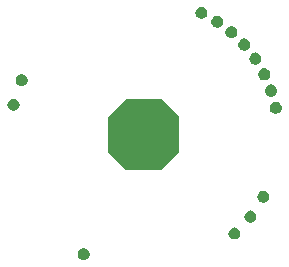
<source format=gbs>
G04 #@! TF.GenerationSoftware,KiCad,Pcbnew,5.0.2-bee76a0~70~ubuntu18.04.1*
G04 #@! TF.CreationDate,2019-07-22T04:32:19+02:00*
G04 #@! TF.ProjectId,mainboard,6d61696e-626f-4617-9264-2e6b69636164,rev?*
G04 #@! TF.SameCoordinates,Original*
G04 #@! TF.FileFunction,Soldermask,Bot*
G04 #@! TF.FilePolarity,Negative*
%FSLAX46Y46*%
G04 Gerber Fmt 4.6, Leading zero omitted, Abs format (unit mm)*
G04 Created by KiCad (PCBNEW 5.0.2-bee76a0~70~ubuntu18.04.1) date Mo 22 Jul 2019 04:32:19 CEST*
%MOMM*%
%LPD*%
G01*
G04 APERTURE LIST*
%ADD10C,0.100000*%
G04 APERTURE END LIST*
D10*
G36*
X-4987340Y-9669438D02*
X-4894523Y-9707884D01*
X-4810993Y-9763697D01*
X-4739957Y-9834733D01*
X-4684144Y-9918263D01*
X-4645698Y-10011080D01*
X-4626100Y-10109608D01*
X-4626100Y-10210072D01*
X-4645698Y-10308600D01*
X-4684144Y-10401417D01*
X-4739957Y-10484947D01*
X-4810993Y-10555983D01*
X-4894523Y-10611796D01*
X-4987340Y-10650242D01*
X-5085868Y-10669840D01*
X-5186332Y-10669840D01*
X-5284860Y-10650242D01*
X-5377677Y-10611796D01*
X-5461207Y-10555983D01*
X-5532243Y-10484947D01*
X-5588056Y-10401417D01*
X-5626502Y-10308600D01*
X-5646100Y-10210072D01*
X-5646100Y-10109608D01*
X-5626502Y-10011080D01*
X-5588056Y-9918263D01*
X-5532243Y-9834733D01*
X-5461207Y-9763697D01*
X-5377677Y-9707884D01*
X-5284860Y-9669438D01*
X-5186332Y-9649840D01*
X-5085868Y-9649840D01*
X-4987340Y-9669438D01*
X-4987340Y-9669438D01*
G37*
G36*
X7776160Y-7929538D02*
X7868977Y-7967984D01*
X7952507Y-8023797D01*
X8023543Y-8094833D01*
X8079356Y-8178363D01*
X8117802Y-8271180D01*
X8137400Y-8369708D01*
X8137400Y-8470172D01*
X8117802Y-8568700D01*
X8079356Y-8661517D01*
X8023543Y-8745047D01*
X7952507Y-8816083D01*
X7868977Y-8871896D01*
X7776160Y-8910342D01*
X7677632Y-8929940D01*
X7577168Y-8929940D01*
X7478640Y-8910342D01*
X7385823Y-8871896D01*
X7302293Y-8816083D01*
X7231257Y-8745047D01*
X7175444Y-8661517D01*
X7136998Y-8568700D01*
X7117400Y-8470172D01*
X7117400Y-8369708D01*
X7136998Y-8271180D01*
X7175444Y-8178363D01*
X7231257Y-8094833D01*
X7302293Y-8023797D01*
X7385823Y-7967984D01*
X7478640Y-7929538D01*
X7577168Y-7909940D01*
X7677632Y-7909940D01*
X7776160Y-7929538D01*
X7776160Y-7929538D01*
G37*
G36*
X9137600Y-6494438D02*
X9230417Y-6532884D01*
X9313947Y-6588697D01*
X9384983Y-6659733D01*
X9440796Y-6743263D01*
X9479242Y-6836080D01*
X9498840Y-6934608D01*
X9498840Y-7035072D01*
X9479242Y-7133600D01*
X9440796Y-7226417D01*
X9384983Y-7309947D01*
X9313947Y-7380983D01*
X9230417Y-7436796D01*
X9137600Y-7475242D01*
X9039072Y-7494840D01*
X8938608Y-7494840D01*
X8840080Y-7475242D01*
X8747263Y-7436796D01*
X8663733Y-7380983D01*
X8592697Y-7309947D01*
X8536884Y-7226417D01*
X8498438Y-7133600D01*
X8478840Y-7035072D01*
X8478840Y-6934608D01*
X8498438Y-6836080D01*
X8536884Y-6743263D01*
X8592697Y-6659733D01*
X8663733Y-6588697D01*
X8747263Y-6532884D01*
X8840080Y-6494438D01*
X8938608Y-6474840D01*
X9039072Y-6474840D01*
X9137600Y-6494438D01*
X9137600Y-6494438D01*
G37*
G36*
X10227260Y-4812958D02*
X10320077Y-4851404D01*
X10403607Y-4907217D01*
X10474643Y-4978253D01*
X10530456Y-5061783D01*
X10568902Y-5154600D01*
X10588500Y-5253128D01*
X10588500Y-5353592D01*
X10568902Y-5452120D01*
X10530456Y-5544937D01*
X10474643Y-5628467D01*
X10403607Y-5699503D01*
X10320077Y-5755316D01*
X10227260Y-5793762D01*
X10128732Y-5813360D01*
X10028268Y-5813360D01*
X9929740Y-5793762D01*
X9836923Y-5755316D01*
X9753393Y-5699503D01*
X9682357Y-5628467D01*
X9626544Y-5544937D01*
X9588098Y-5452120D01*
X9568500Y-5353592D01*
X9568500Y-5253128D01*
X9588098Y-5154600D01*
X9626544Y-5061783D01*
X9682357Y-4978253D01*
X9753393Y-4907217D01*
X9836923Y-4851404D01*
X9929740Y-4812958D01*
X10028268Y-4793360D01*
X10128732Y-4793360D01*
X10227260Y-4812958D01*
X10227260Y-4812958D01*
G37*
G36*
X2962055Y1454180D02*
X2962055Y-1545820D01*
X1462055Y-3045820D01*
X-1537945Y-3045820D01*
X-3037945Y-1545820D01*
X-3037945Y1454180D01*
X-1537945Y2954180D01*
X1462055Y2954180D01*
X2962055Y1454180D01*
X2962055Y1454180D01*
G37*
G36*
X11283900Y2720682D02*
X11376717Y2682236D01*
X11460247Y2626423D01*
X11531283Y2555387D01*
X11587096Y2471857D01*
X11625542Y2379040D01*
X11645140Y2280512D01*
X11645140Y2180048D01*
X11625542Y2081520D01*
X11587096Y1988703D01*
X11531283Y1905173D01*
X11460247Y1834137D01*
X11376717Y1778324D01*
X11283900Y1739878D01*
X11185372Y1720280D01*
X11084908Y1720280D01*
X10986380Y1739878D01*
X10893563Y1778324D01*
X10810033Y1834137D01*
X10738997Y1905173D01*
X10683184Y1988703D01*
X10644738Y2081520D01*
X10625140Y2180048D01*
X10625140Y2280512D01*
X10644738Y2379040D01*
X10683184Y2471857D01*
X10738997Y2555387D01*
X10810033Y2626423D01*
X10893563Y2682236D01*
X10986380Y2720682D01*
X11084908Y2740280D01*
X11185372Y2740280D01*
X11283900Y2720682D01*
X11283900Y2720682D01*
G37*
G36*
X-10923320Y2984842D02*
X-10830503Y2946396D01*
X-10746973Y2890583D01*
X-10675937Y2819547D01*
X-10620124Y2736017D01*
X-10581678Y2643200D01*
X-10562080Y2544672D01*
X-10562080Y2444208D01*
X-10581678Y2345680D01*
X-10620124Y2252863D01*
X-10675937Y2169333D01*
X-10746973Y2098297D01*
X-10830503Y2042484D01*
X-10923320Y2004038D01*
X-11021848Y1984440D01*
X-11122312Y1984440D01*
X-11220840Y2004038D01*
X-11313657Y2042484D01*
X-11397187Y2098297D01*
X-11468223Y2169333D01*
X-11524036Y2252863D01*
X-11562482Y2345680D01*
X-11582080Y2444208D01*
X-11582080Y2544672D01*
X-11562482Y2643200D01*
X-11524036Y2736017D01*
X-11468223Y2819547D01*
X-11397187Y2890583D01*
X-11313657Y2946396D01*
X-11220840Y2984842D01*
X-11122312Y3004440D01*
X-11021848Y3004440D01*
X-10923320Y2984842D01*
X-10923320Y2984842D01*
G37*
G36*
X10880040Y4176102D02*
X10972857Y4137656D01*
X11056387Y4081843D01*
X11127423Y4010807D01*
X11183236Y3927277D01*
X11221682Y3834460D01*
X11241280Y3735932D01*
X11241280Y3635468D01*
X11221682Y3536940D01*
X11183236Y3444123D01*
X11127423Y3360593D01*
X11056387Y3289557D01*
X10972857Y3233744D01*
X10880040Y3195298D01*
X10781512Y3175700D01*
X10681048Y3175700D01*
X10582520Y3195298D01*
X10489703Y3233744D01*
X10406173Y3289557D01*
X10335137Y3360593D01*
X10279324Y3444123D01*
X10240878Y3536940D01*
X10221280Y3635468D01*
X10221280Y3735932D01*
X10240878Y3834460D01*
X10279324Y3927277D01*
X10335137Y4010807D01*
X10406173Y4081843D01*
X10489703Y4137656D01*
X10582520Y4176102D01*
X10681048Y4195700D01*
X10781512Y4195700D01*
X10880040Y4176102D01*
X10880040Y4176102D01*
G37*
G36*
X-10240060Y5060022D02*
X-10147243Y5021576D01*
X-10063713Y4965763D01*
X-9992677Y4894727D01*
X-9936864Y4811197D01*
X-9898418Y4718380D01*
X-9878820Y4619852D01*
X-9878820Y4519388D01*
X-9898418Y4420860D01*
X-9936864Y4328043D01*
X-9992677Y4244513D01*
X-10063713Y4173477D01*
X-10147243Y4117664D01*
X-10240060Y4079218D01*
X-10338588Y4059620D01*
X-10439052Y4059620D01*
X-10537580Y4079218D01*
X-10630397Y4117664D01*
X-10713927Y4173477D01*
X-10784963Y4244513D01*
X-10840776Y4328043D01*
X-10879222Y4420860D01*
X-10898820Y4519388D01*
X-10898820Y4619852D01*
X-10879222Y4718380D01*
X-10840776Y4811197D01*
X-10784963Y4894727D01*
X-10713927Y4965763D01*
X-10630397Y5021576D01*
X-10537580Y5060022D01*
X-10439052Y5079620D01*
X-10338588Y5079620D01*
X-10240060Y5060022D01*
X-10240060Y5060022D01*
G37*
G36*
X10311080Y5552782D02*
X10403897Y5514336D01*
X10487427Y5458523D01*
X10558463Y5387487D01*
X10614276Y5303957D01*
X10652722Y5211140D01*
X10672320Y5112612D01*
X10672320Y5012148D01*
X10652722Y4913620D01*
X10614276Y4820803D01*
X10558463Y4737273D01*
X10487427Y4666237D01*
X10403897Y4610424D01*
X10311080Y4571978D01*
X10212552Y4552380D01*
X10112088Y4552380D01*
X10013560Y4571978D01*
X9920743Y4610424D01*
X9837213Y4666237D01*
X9766177Y4737273D01*
X9710364Y4820803D01*
X9671918Y4913620D01*
X9652320Y5012148D01*
X9652320Y5112612D01*
X9671918Y5211140D01*
X9710364Y5303957D01*
X9766177Y5387487D01*
X9837213Y5458523D01*
X9920743Y5514336D01*
X10013560Y5552782D01*
X10112088Y5572380D01*
X10212552Y5572380D01*
X10311080Y5552782D01*
X10311080Y5552782D01*
G37*
G36*
X9549080Y6883742D02*
X9641897Y6845296D01*
X9725427Y6789483D01*
X9796463Y6718447D01*
X9852276Y6634917D01*
X9890722Y6542100D01*
X9910320Y6443572D01*
X9910320Y6343108D01*
X9890722Y6244580D01*
X9852276Y6151763D01*
X9796463Y6068233D01*
X9725427Y5997197D01*
X9641897Y5941384D01*
X9549080Y5902938D01*
X9450552Y5883340D01*
X9350088Y5883340D01*
X9251560Y5902938D01*
X9158743Y5941384D01*
X9075213Y5997197D01*
X9004177Y6068233D01*
X8948364Y6151763D01*
X8909918Y6244580D01*
X8890320Y6343108D01*
X8890320Y6443572D01*
X8909918Y6542100D01*
X8948364Y6634917D01*
X9004177Y6718447D01*
X9075213Y6789483D01*
X9158743Y6845296D01*
X9251560Y6883742D01*
X9350088Y6903340D01*
X9450552Y6903340D01*
X9549080Y6883742D01*
X9549080Y6883742D01*
G37*
G36*
X8609280Y8069922D02*
X8702097Y8031476D01*
X8785627Y7975663D01*
X8856663Y7904627D01*
X8912476Y7821097D01*
X8950922Y7728280D01*
X8970520Y7629752D01*
X8970520Y7529288D01*
X8950922Y7430760D01*
X8912476Y7337943D01*
X8856663Y7254413D01*
X8785627Y7183377D01*
X8702097Y7127564D01*
X8609280Y7089118D01*
X8510752Y7069520D01*
X8410288Y7069520D01*
X8311760Y7089118D01*
X8218943Y7127564D01*
X8135413Y7183377D01*
X8064377Y7254413D01*
X8008564Y7337943D01*
X7970118Y7430760D01*
X7950520Y7529288D01*
X7950520Y7629752D01*
X7970118Y7728280D01*
X8008564Y7821097D01*
X8064377Y7904627D01*
X8135413Y7975663D01*
X8218943Y8031476D01*
X8311760Y8069922D01*
X8410288Y8089520D01*
X8510752Y8089520D01*
X8609280Y8069922D01*
X8609280Y8069922D01*
G37*
G36*
X7527240Y9121482D02*
X7620057Y9083036D01*
X7703587Y9027223D01*
X7774623Y8956187D01*
X7830436Y8872657D01*
X7868882Y8779840D01*
X7888480Y8681312D01*
X7888480Y8580848D01*
X7868882Y8482320D01*
X7830436Y8389503D01*
X7774623Y8305973D01*
X7703587Y8234937D01*
X7620057Y8179124D01*
X7527240Y8140678D01*
X7428712Y8121080D01*
X7328248Y8121080D01*
X7229720Y8140678D01*
X7136903Y8179124D01*
X7053373Y8234937D01*
X6982337Y8305973D01*
X6926524Y8389503D01*
X6888078Y8482320D01*
X6868480Y8580848D01*
X6868480Y8681312D01*
X6888078Y8779840D01*
X6926524Y8872657D01*
X6982337Y8956187D01*
X7053373Y9027223D01*
X7136903Y9083036D01*
X7229720Y9121482D01*
X7328248Y9141080D01*
X7428712Y9141080D01*
X7527240Y9121482D01*
X7527240Y9121482D01*
G37*
G36*
X6320740Y10010482D02*
X6413557Y9972036D01*
X6497087Y9916223D01*
X6568123Y9845187D01*
X6623936Y9761657D01*
X6662382Y9668840D01*
X6681980Y9570312D01*
X6681980Y9469848D01*
X6662382Y9371320D01*
X6623936Y9278503D01*
X6568123Y9194973D01*
X6497087Y9123937D01*
X6413557Y9068124D01*
X6320740Y9029678D01*
X6222212Y9010080D01*
X6121748Y9010080D01*
X6023220Y9029678D01*
X5930403Y9068124D01*
X5846873Y9123937D01*
X5775837Y9194973D01*
X5720024Y9278503D01*
X5681578Y9371320D01*
X5661980Y9469848D01*
X5661980Y9570312D01*
X5681578Y9668840D01*
X5720024Y9761657D01*
X5775837Y9845187D01*
X5846873Y9916223D01*
X5930403Y9972036D01*
X6023220Y10010482D01*
X6121748Y10030080D01*
X6222212Y10030080D01*
X6320740Y10010482D01*
X6320740Y10010482D01*
G37*
G36*
X4984700Y10764862D02*
X5077517Y10726416D01*
X5161047Y10670603D01*
X5232083Y10599567D01*
X5287896Y10516037D01*
X5326342Y10423220D01*
X5345940Y10324692D01*
X5345940Y10224228D01*
X5326342Y10125700D01*
X5287896Y10032883D01*
X5232083Y9949353D01*
X5161047Y9878317D01*
X5077517Y9822504D01*
X4984700Y9784058D01*
X4886172Y9764460D01*
X4785708Y9764460D01*
X4687180Y9784058D01*
X4594363Y9822504D01*
X4510833Y9878317D01*
X4439797Y9949353D01*
X4383984Y10032883D01*
X4345538Y10125700D01*
X4325940Y10224228D01*
X4325940Y10324692D01*
X4345538Y10423220D01*
X4383984Y10516037D01*
X4439797Y10599567D01*
X4510833Y10670603D01*
X4594363Y10726416D01*
X4687180Y10764862D01*
X4785708Y10784460D01*
X4886172Y10784460D01*
X4984700Y10764862D01*
X4984700Y10764862D01*
G37*
M02*

</source>
